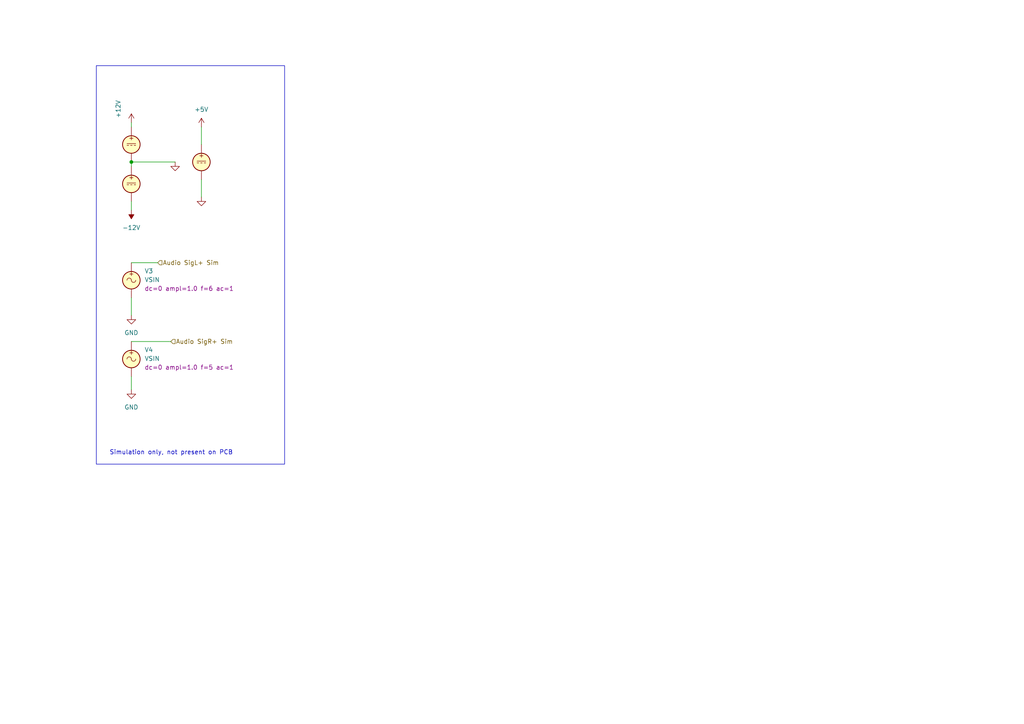
<source format=kicad_sch>
(kicad_sch (version 20250114) (generator "eeschema") (generator_version "9.0")
  (paper "A4")
  (title_block (title "Daisy Seed FM Synth Eurorack Module"))
  (lib_symbols
    (symbol "Simulation_SPICE:VDC" (pin_numbers (hide yes)) (pin_names (offset 0.0254))
      (property "Reference" "V" (at 2.54 2.54 0))
      (property "Value" "1" (at 2.54 0 0))
      (symbol "VDC_0_0"
        (polyline (pts (xy -1.27 0.254) (xy 1.27 0.254)))
        (polyline (pts (xy -0.762 -0.254) (xy -1.27 -0.254)))
        (polyline (pts (xy 0.254 -0.254) (xy -0.254 -0.254)))
        (polyline (pts (xy 1.27 -0.254) (xy 0.762 -0.254)))
        (text "+" (at 0 1.905 0) (effects (font (size 1.27 1.27))))
      )
      (symbol "VDC_0_1"
        (circle (center 0 0) (radius 2.54) (stroke (width 0.254)) (fill (type background)))
      )
      (symbol "VDC_1_1"
        (pin passive line (at 0 5.08 270) (length 2.54) (name "~") (number "1"))
        (pin passive line (at 0 -5.08 90) (length 2.54) (name "~") (number "2"))
      )
    )
    (symbol "Simulation_SPICE:VSIN" (pin_numbers (hide yes)) (pin_names (offset 0.0254))
      (property "Reference" "V" (at 2.54 2.54 0))
      (property "Value" "VSIN" (at 2.54 0 0))
      (property "Sim.Params" "dc=0 ampl=1 f=1k ac=1" (at 2.54 -2.54 0))
      (symbol "VSIN_0_0"
        (arc (start -1.27 0) (mid -0.635 0.6323) (end 0 0))
        (arc (start 1.27 0) (mid 0.635 -0.6323) (end 0 0))
        (text "+" (at 0 1.905 0) (effects (font (size 1.27 1.27))))
      )
      (symbol "VSIN_0_1"
        (circle (center 0 0) (radius 2.54) (stroke (width 0.254)) (fill (type background)))
      )
      (symbol "VSIN_1_1"
        (pin passive line (at 0 5.08 270) (length 2.54) (name "~") (number "1"))
        (pin passive line (at 0 -5.08 90) (length 2.54) (name "~") (number "2"))
      )
    )
    (symbol "power:+12V" (power) (pin_names (offset 0))
      (property "Value" "+12V" (at 0 3.556 0))
      (symbol "+12V_0_1"
        (polyline (pts (xy -0.762 1.27) (xy 0 2.54)))
        (polyline (pts (xy 0 2.54) (xy 0.762 1.27)))
        (polyline (pts (xy 0 0) (xy 0 2.54)))
      )
      (symbol "+12V_1_1"
        (pin power_in line (at 0 0 90) (length 0) (hide yes) (name "+12V") (number "1"))
      )
    )
    (symbol "power:+5V" (power) (pin_names (offset 0))
      (property "Value" "+5V" (at 0 3.556 0))
      (symbol "+5V_0_1"
        (polyline (pts (xy -0.762 1.27) (xy 0 2.54)))
        (polyline (pts (xy 0 2.54) (xy 0.762 1.27)))
        (polyline (pts (xy 0 0) (xy 0 2.54)))
      )
      (symbol "+5V_1_1"
        (pin power_in line (at 0 0 90) (length 0) (hide yes) (name "+5V") (number "1"))
      )
    )
    (symbol "power:-12V" (power) (pin_names (offset 0))
      (property "Value" "-12V" (at 0 3.81 0))
      (symbol "-12V_0_0"
        (pin power_in line (at 0 0 90) (length 0) (hide yes) (name "-12V") (number "1"))
      )
      (symbol "-12V_0_1"
        (polyline (pts (xy 0 0) (xy 0 1.27) (xy 0.762 1.27) (xy 0 2.54) (xy -0.762 1.27) (xy 0 1.27)) (fill (type outline)))
      )
    )
    (symbol "power:GND" (power) (pin_names (offset 0))
      (property "Value" "GND" (at 0 -3.81 0))
      (symbol "GND_0_1"
        (polyline (pts (xy 0 0) (xy 0 -1.27) (xy 1.27 -1.27) (xy 0 -2.54) (xy -1.27 -1.27) (xy 0 -1.27)))
      )
      (symbol "GND_1_1"
        (pin power_in line (at 0 0 270) (length 0) (hide yes) (name "GND") (number "1"))
      )
    )
  )
  (rectangle (start 27.94 19.05) (end 82.55 134.62))
  (text "Simulation only, not present on PCB" (at 31.75 132.08 0) (effects (font (size 1.27 1.27)) (justify left bottom)))
  (junction (at 38.1 46.99))
  (wire (pts (xy 38.1 35.56) (xy 38.1 36.83)))
  (wire (pts (xy 38.1 86.36) (xy 38.1 91.44)))
  (wire (pts (xy 38.1 99.06) (xy 49.53 99.06)))
  (wire (pts (xy 58.42 36.83) (xy 58.42 41.91)))
  (wire (pts (xy 58.42 52.07) (xy 58.42 57.15)))
  (wire (pts (xy 45.72 76.2) (xy 38.1 76.2)))
  (wire (pts (xy 38.1 46.99) (xy 50.8 46.99)))
  (wire (pts (xy 38.1 48.26) (xy 38.1 46.99)))
  (wire (pts (xy 38.1 109.22) (xy 38.1 113.03)))
  (wire (pts (xy 38.1 58.42) (xy 38.1 60.96)))
  (hierarchical_label "Audio SigL+ Sim" (shape input) (at 45.72 76.2 0))
  (hierarchical_label "Audio SigR+ Sim" (shape input) (at 49.53 99.06 0))
  (symbol (lib_id "power:GND") (at 50.8 46.99 0) (unit 1)
    (property "Reference" "#PWR010" (effects (hide yes)))
    (property "Value" "GND" (effects (hide yes)))
    (instances (project "SeedFmSynth" (path "" (reference "#PWR010") (unit 1))) (project "opampSim" (path "" (reference "#PWR?") (unit 1))))
  )
  (symbol (lib_id "power:GND") (at 58.42 57.15 0) (unit 1) (on_board no)
    (property "Reference" "#PWR012" (effects (hide yes)))
    (property "Value" "GND" (effects (hide yes)))
    (instances (project "SeedFmSynth" (path "" (reference "#PWR012") (unit 1))) (project "opampSim" (path "" (reference "#PWR?") (unit 1))))
  )
  (symbol (lib_id "power:-12V") (at 38.1 60.96 180) (unit 1) (on_board no)
    (property "Reference" "#PWR07" (effects (hide yes)))
    (property "Value" "-12V" (at 38.1 66.04 0))
    (instances (project "SeedFmSynth" (path "" (reference "#PWR07") (unit 1))) (project "opampSim" (path "" (reference "#PWR?") (unit 1))))
  )
  (symbol (lib_id "power:GND") (at 38.1 91.44 0) (unit 1) (on_board no)
    (property "Reference" "#PWR08" (effects (hide yes)))
    (property "Value" "GND" (at 38.1 96.52 0))
  )
  (symbol (lib_id "power:+5V") (at 58.42 36.83 0) (unit 1) (on_board no)
    (property "Reference" "#PWR011" (effects (hide yes)))
    (property "Value" "+5V" (at 58.42 31.75 0))
    (instances (project "SeedFmSynth" (path "" (reference "#PWR011") (unit 1))) (project "opampSim" (path "" (reference "#PWR?") (unit 1))))
  )
  (symbol (lib_id "Simulation_SPICE:VDC") (at 58.42 46.99 0) (unit 1) (exclude_from_sim yes) (on_board no)
    (property "Reference" "V5" (effects (hide yes)))
    (property "Value" "12" (effects (hide yes)))
    (property "Sim.Pins" "1=+ 2=-" (effects (hide yes)))
    (property "Sim.Type" "DC" (effects (hide yes)))
    (property "Sim.Device" "V" (effects (hide yes)))
    (instances (project "SeedFmSynth" (path "" (reference "V5") (unit 1))) (project "opampSim" (path "" (reference "V?") (unit 1))))
  )
  (symbol (lib_id "Simulation_SPICE:VSIN") (at 38.1 104.14 0) (unit 1) (on_board no)
    (property "Reference" "V4" (at 41.91 101.4702 0) (effects (justify left)))
    (property "Value" "VSIN" (at 41.91 104.0102 0) (effects (justify left)))
    (property "Sim.Pins" "1=+ 2=-" (effects (hide yes)))
    (property "Sim.Params" "dc=0 ampl=1.0 f=5 ac=1" (at 41.91 106.5502 0) (effects (justify left)))
    (property "Sim.Type" "SIN" (effects (hide yes)))
    (property "Sim.Device" "V" (effects (hide yes)))
    (instances (project "SeedFmSynth" (path "" (reference "V4") (unit 1))) (project "opampSim" (path "" (reference "V?") (unit 1))))
  )
  (symbol (lib_id "Simulation_SPICE:VDC") (at 38.1 41.91 0) (unit 1) (on_board no)
    (property "Reference" "V1" (effects (hide yes)))
    (property "Value" "12" (effects (hide yes)))
    (property "Sim.Pins" "1=+ 2=-" (effects (hide yes)))
    (property "Sim.Type" "DC" (effects (hide yes)))
    (property "Sim.Device" "V" (effects (hide yes)))
    (instances (project "SeedFmSynth" (path "" (reference "V1") (unit 1))) (project "opampSim" (path "" (reference "V?") (unit 1))))
  )
  (symbol (lib_id "Simulation_SPICE:VSIN") (at 38.1 81.28 0) (unit 1) (on_board no)
    (property "Reference" "V3" (at 41.91 78.6102 0) (effects (justify left)))
    (property "Value" "VSIN" (at 41.91 81.1502 0) (effects (justify left)))
    (property "Sim.Pins" "1=+ 2=-" (effects (hide yes)))
    (property "Sim.Params" "dc=0 ampl=1.0 f=6 ac=1" (at 41.91 83.6902 0) (effects (justify left)))
    (property "Sim.Type" "SIN" (effects (hide yes)))
    (property "Sim.Device" "V" (effects (hide yes)))
    (instances (project "SeedFmSynth" (path "" (reference "V3") (unit 1))) (project "opampSim" (path "" (reference "V?") (unit 1))))
  )
  (symbol (lib_id "power:+12V") (at 38.1 35.56 0) (unit 1) (on_board no)
    (property "Reference" "#PWR06" (effects (hide yes)))
    (property "Value" "+12V" (at 34.29 34.29 90) (effects (justify left)))
    (instances (project "SeedFmSynth" (path "" (reference "#PWR06") (unit 1))) (project "opampSim" (path "" (reference "#PWR?") (unit 1))))
  )
  (symbol (lib_id "Simulation_SPICE:VDC") (at 38.1 53.34 0) (unit 1) (on_board no)
    (property "Reference" "V2" (effects (hide yes)))
    (property "Value" "12" (effects (hide yes)))
    (property "Sim.Pins" "1=+ 2=-" (effects (hide yes)))
    (property "Sim.Type" "DC" (effects (hide yes)))
    (property "Sim.Device" "V" (effects (hide yes)))
    (instances (project "SeedFmSynth" (path "" (reference "V2") (unit 1))) (project "opampSim" (path "" (reference "V?") (unit 1))))
  )
  (symbol (lib_id "power:GND") (at 38.1 113.03 0) (unit 1) (on_board no)
    (property "Reference" "#PWR09" (effects (hide yes)))
    (property "Value" "GND" (at 38.1 118.11 0))
  )
)
</source>
